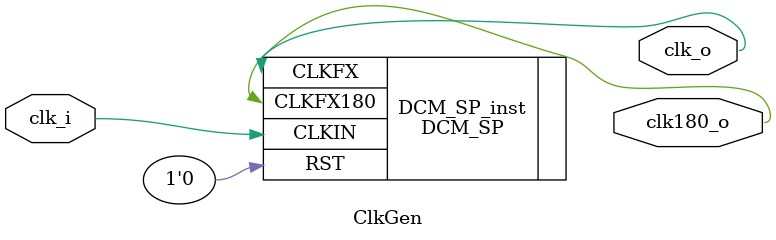
<source format=v>
module ClkGen (clk_i, clk_o, clk180_o);
   parameter   MUL = 25;
   parameter   DIV = 3;
   parameter   real IN_FREQ = 12.0;
   input       clk_i;
   output      clk_o;
   output      clk180_o;
   localparam  real CLK_PERIOD = 1000.0/IN_FREQ;
   DCM_SP
   #(
      .CLKDV_DIVIDE(2.0), // Divide by: 1.5,2.0,2.5,3.0,3.5,4.0,4.5,5.0,5.5,6.0,6.5
                          //   7.0,7.5,8.0,9.0,10.0,11.0,12.0,13.0,14.0,15.0 or 16.0
      .CLKFX_DIVIDE(DIV),   // Can be any integer from 1 to 32
      .CLKFX_MULTIPLY(MUL), // Can be any integer from 2 to 32
      .CLKIN_DIVIDE_BY_2("FALSE"), // TRUE/FALSE to enable CLKIN divide by two feature
      .CLKIN_PERIOD(CLK_PERIOD),  // Specify period of input clock
      .CLKOUT_PHASE_SHIFT("NONE"), // Specify phase shift of NONE, FIXED or VARIABLE
      .CLK_FEEDBACK("1X"),  // Specify clock feedback of NONE, 1X or 2X
      .DESKEW_ADJUST("SYSTEM_SYNCHRONOUS"), // SOURCE_SYNCHRONOUS, SYSTEM_SYNCHRONOUS or
                                            //   an integer from 0 to 15
      .DLL_FREQUENCY_MODE("LOW"),  // HIGH or LOW frequency mode for DLL
      .DUTY_CYCLE_CORRECTION("TRUE"), // Duty cycle correction, TRUE or FALSE
      .PHASE_SHIFT(0),     // Amount of fixed phase shift from -255 to 255
      .STARTUP_WAIT("FALSE")   // Delay configuration DONE until DCM LOCK, TRUE/FALSE
   )
   DCM_SP_inst
   (
      .CLKFX(clk_o),       // DCM CLK synthesis out (M/D)
      .CLKFX180(clk180_o), // 180 degree CLK synthesis out
      .CLKIN(clk_i),   // Clock input (from IBUFG, BUFG or DCM)
      .RST(1'b0)        // DCM asynchronous reset input
   );
endmodule
</source>
